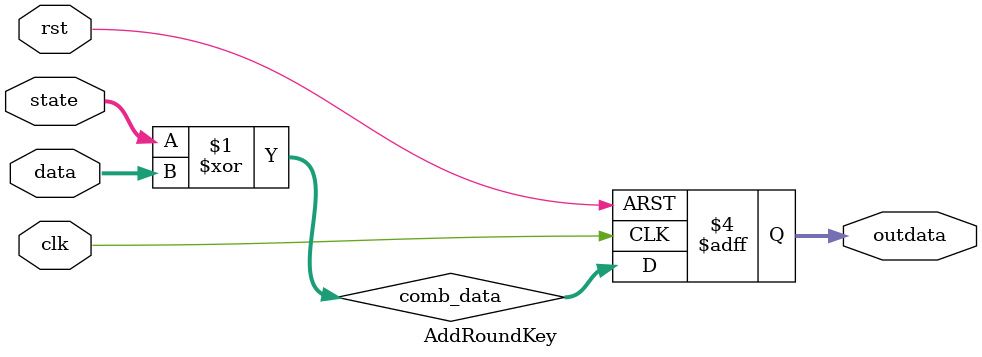
<source format=v>

module AddRoundKey(clk,rst,state,data,outdata);
input              clk,rst;
input      [127:0] state,data;
output reg [127:0] outdata;

wire [127:0] comb_data;
assign comb_data= state^data;
   
always@(posedge clk , negedge rst)
    begin 
        if(!rst)
            outdata<=0;
        else
            outdata<=comb_data;
    end



/*genvar i;
    for(i=0;i<16;i=i+1)
        assign comb_data[i*8+7:i*8]=state[i*8+7:i*8]^data[i*8+7:i*8];
*/   
endmodule




</source>
